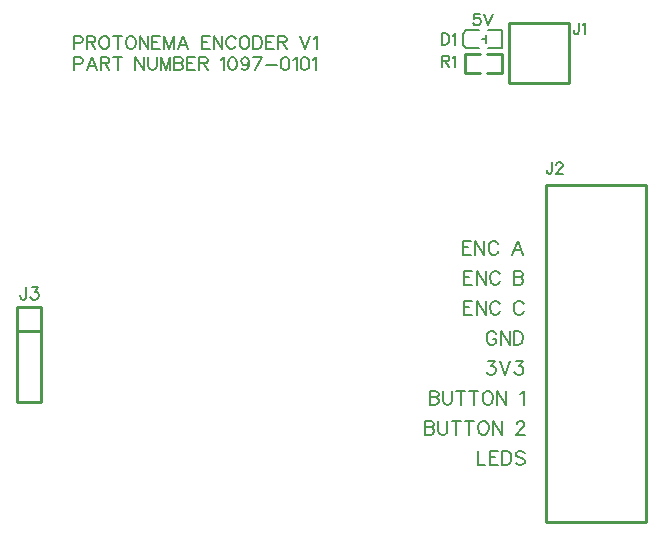
<source format=gto>
G04 Layer: TopSilkscreenLayer*
G04 EasyEDA v6.5.34, 2023-08-21 18:11:39*
G04 2627495fbc544a30b07f086ad93dee0d,5a6b42c53f6a479593ecc07194224c93,10*
G04 Gerber Generator version 0.2*
G04 Scale: 100 percent, Rotated: No, Reflected: No *
G04 Dimensions in millimeters *
G04 leading zeros omitted , absolute positions ,4 integer and 5 decimal *
%FSLAX45Y45*%
%MOMM*%

%ADD10C,0.1524*%
%ADD11C,0.2540*%
%ADD12C,0.1500*%

%LPD*%
D10*
X1832589Y2819433D02*
G01*
X1787123Y2819433D01*
X1782551Y2778539D01*
X1787123Y2783111D01*
X1800585Y2787683D01*
X1814301Y2787683D01*
X1828017Y2783111D01*
X1837161Y2773967D01*
X1841733Y2760505D01*
X1841733Y2751361D01*
X1837161Y2737645D01*
X1828017Y2728501D01*
X1814301Y2723929D01*
X1800585Y2723929D01*
X1787123Y2728501D01*
X1782551Y2733073D01*
X1777979Y2742217D01*
X1871705Y2819433D02*
G01*
X1908027Y2723929D01*
X1944349Y2819433D02*
G01*
X1908027Y2723929D01*
X2674358Y2743243D02*
G01*
X2674358Y2670599D01*
X2669786Y2656883D01*
X2665214Y2652311D01*
X2656070Y2647739D01*
X2647180Y2647739D01*
X2638036Y2652311D01*
X2633464Y2656883D01*
X2628892Y2670599D01*
X2628892Y2679743D01*
X2704330Y2725209D02*
G01*
X2713474Y2729781D01*
X2727190Y2743243D01*
X2727190Y2647739D01*
X1689084Y896655D02*
G01*
X1689084Y782101D01*
X1689084Y896655D02*
G01*
X1759950Y896655D01*
X1689084Y842045D02*
G01*
X1732772Y842045D01*
X1689084Y782101D02*
G01*
X1759950Y782101D01*
X1796018Y896655D02*
G01*
X1796018Y782101D01*
X1796018Y896655D02*
G01*
X1872472Y782101D01*
X1872472Y896655D02*
G01*
X1872472Y782101D01*
X1990074Y869223D02*
G01*
X1984740Y880145D01*
X1973818Y891067D01*
X1962896Y896655D01*
X1941052Y896655D01*
X1930130Y891067D01*
X1919208Y880145D01*
X1913874Y869223D01*
X1908286Y852967D01*
X1908286Y825789D01*
X1913874Y809279D01*
X1919208Y798357D01*
X1930130Y787435D01*
X1941052Y782101D01*
X1962896Y782101D01*
X1973818Y787435D01*
X1984740Y798357D01*
X1990074Y809279D01*
X2153904Y896655D02*
G01*
X2110216Y782101D01*
X2153904Y896655D02*
G01*
X2197338Y782101D01*
X2126472Y820201D02*
G01*
X2181082Y820201D01*
X1701784Y642655D02*
G01*
X1701784Y528101D01*
X1701784Y642655D02*
G01*
X1772650Y642655D01*
X1701784Y588045D02*
G01*
X1745472Y588045D01*
X1701784Y528101D02*
G01*
X1772650Y528101D01*
X1808718Y642655D02*
G01*
X1808718Y528101D01*
X1808718Y642655D02*
G01*
X1885172Y528101D01*
X1885172Y642655D02*
G01*
X1885172Y528101D01*
X2002774Y615223D02*
G01*
X1997440Y626145D01*
X1986518Y637067D01*
X1975596Y642655D01*
X1953752Y642655D01*
X1942830Y637067D01*
X1931908Y626145D01*
X1926574Y615223D01*
X1920986Y598967D01*
X1920986Y571789D01*
X1926574Y555279D01*
X1931908Y544357D01*
X1942830Y533435D01*
X1953752Y528101D01*
X1975596Y528101D01*
X1986518Y533435D01*
X1997440Y544357D01*
X2002774Y555279D01*
X2122916Y642655D02*
G01*
X2122916Y528101D01*
X2122916Y642655D02*
G01*
X2171938Y642655D01*
X2188448Y637067D01*
X2193782Y631733D01*
X2199116Y620811D01*
X2199116Y609889D01*
X2193782Y598967D01*
X2188448Y593379D01*
X2171938Y588045D01*
X2122916Y588045D02*
G01*
X2171938Y588045D01*
X2188448Y582711D01*
X2193782Y577123D01*
X2199116Y566201D01*
X2199116Y549945D01*
X2193782Y539023D01*
X2188448Y533435D01*
X2171938Y528101D01*
X2122916Y528101D01*
X1701784Y388655D02*
G01*
X1701784Y274101D01*
X1701784Y388655D02*
G01*
X1772650Y388655D01*
X1701784Y334045D02*
G01*
X1745472Y334045D01*
X1701784Y274101D02*
G01*
X1772650Y274101D01*
X1808718Y388655D02*
G01*
X1808718Y274101D01*
X1808718Y388655D02*
G01*
X1885172Y274101D01*
X1885172Y388655D02*
G01*
X1885172Y274101D01*
X2002774Y361223D02*
G01*
X1997440Y372145D01*
X1986518Y383067D01*
X1975596Y388655D01*
X1953752Y388655D01*
X1942830Y383067D01*
X1931908Y372145D01*
X1926574Y361223D01*
X1920986Y344967D01*
X1920986Y317789D01*
X1926574Y301279D01*
X1931908Y290357D01*
X1942830Y279435D01*
X1953752Y274101D01*
X1975596Y274101D01*
X1986518Y279435D01*
X1997440Y290357D01*
X2002774Y301279D01*
X2204704Y361223D02*
G01*
X2199116Y372145D01*
X2188448Y383067D01*
X2177526Y388655D01*
X2155682Y388655D01*
X2144760Y383067D01*
X2133838Y372145D01*
X2128250Y361223D01*
X2122916Y344967D01*
X2122916Y317789D01*
X2128250Y301279D01*
X2133838Y290357D01*
X2144760Y279435D01*
X2155682Y274101D01*
X2177526Y274101D01*
X2188448Y279435D01*
X2199116Y290357D01*
X2204704Y301279D01*
X1974072Y107226D02*
G01*
X1968738Y118148D01*
X1957816Y129070D01*
X1946894Y134658D01*
X1925050Y134658D01*
X1914128Y129070D01*
X1903206Y118148D01*
X1897618Y107226D01*
X1892284Y90970D01*
X1892284Y63792D01*
X1897618Y47282D01*
X1903206Y36360D01*
X1914128Y25438D01*
X1925050Y20104D01*
X1946894Y20104D01*
X1957816Y25438D01*
X1968738Y36360D01*
X1974072Y47282D01*
X1974072Y63792D01*
X1946894Y63792D02*
G01*
X1974072Y63792D01*
X2010140Y134658D02*
G01*
X2010140Y20104D01*
X2010140Y134658D02*
G01*
X2086340Y20104D01*
X2086340Y134658D02*
G01*
X2086340Y20104D01*
X2122408Y134658D02*
G01*
X2122408Y20104D01*
X2122408Y134658D02*
G01*
X2160762Y134658D01*
X2177018Y129070D01*
X2187940Y118148D01*
X2193274Y107226D01*
X2198862Y90970D01*
X2198862Y63792D01*
X2193274Y47282D01*
X2187940Y36360D01*
X2177018Y25438D01*
X2160762Y20104D01*
X2122408Y20104D01*
X1903206Y-119341D02*
G01*
X1963150Y-119341D01*
X1930384Y-163029D01*
X1946894Y-163029D01*
X1957816Y-168617D01*
X1963150Y-173951D01*
X1968738Y-190207D01*
X1968738Y-201129D01*
X1963150Y-217639D01*
X1952228Y-228561D01*
X1935972Y-233895D01*
X1919462Y-233895D01*
X1903206Y-228561D01*
X1897618Y-222973D01*
X1892284Y-212051D01*
X2004552Y-119341D02*
G01*
X2048240Y-233895D01*
X2091928Y-119341D02*
G01*
X2048240Y-233895D01*
X2138918Y-119341D02*
G01*
X2198862Y-119341D01*
X2166096Y-163029D01*
X2182352Y-163029D01*
X2193274Y-168617D01*
X2198862Y-173951D01*
X2204196Y-190207D01*
X2204196Y-201129D01*
X2198862Y-217639D01*
X2187940Y-228561D01*
X2171430Y-233895D01*
X2155174Y-233895D01*
X2138918Y-228561D01*
X2133330Y-222973D01*
X2127996Y-212051D01*
X1409684Y-373341D02*
G01*
X1409684Y-487895D01*
X1409684Y-373341D02*
G01*
X1458706Y-373341D01*
X1475216Y-378929D01*
X1480550Y-384263D01*
X1486138Y-395185D01*
X1486138Y-406107D01*
X1480550Y-417029D01*
X1475216Y-422617D01*
X1458706Y-427951D01*
X1409684Y-427951D02*
G01*
X1458706Y-427951D01*
X1475216Y-433285D01*
X1480550Y-438873D01*
X1486138Y-449795D01*
X1486138Y-466051D01*
X1480550Y-476973D01*
X1475216Y-482561D01*
X1458706Y-487895D01*
X1409684Y-487895D01*
X1521952Y-373341D02*
G01*
X1521952Y-455129D01*
X1527540Y-471639D01*
X1538462Y-482561D01*
X1554718Y-487895D01*
X1565640Y-487895D01*
X1582150Y-482561D01*
X1593072Y-471639D01*
X1598406Y-455129D01*
X1598406Y-373341D01*
X1672574Y-373341D02*
G01*
X1672574Y-487895D01*
X1634474Y-373341D02*
G01*
X1710674Y-373341D01*
X1784842Y-373341D02*
G01*
X1784842Y-487895D01*
X1746742Y-373341D02*
G01*
X1823196Y-373341D01*
X1891776Y-373341D02*
G01*
X1880854Y-378929D01*
X1869932Y-389851D01*
X1864598Y-400773D01*
X1859264Y-417029D01*
X1859264Y-444207D01*
X1864598Y-460717D01*
X1869932Y-471639D01*
X1880854Y-482561D01*
X1891776Y-487895D01*
X1913620Y-487895D01*
X1924542Y-482561D01*
X1935464Y-471639D01*
X1941052Y-460717D01*
X1946386Y-444207D01*
X1946386Y-417029D01*
X1941052Y-400773D01*
X1935464Y-389851D01*
X1924542Y-378929D01*
X1913620Y-373341D01*
X1891776Y-373341D01*
X1982454Y-373341D02*
G01*
X1982454Y-487895D01*
X1982454Y-373341D02*
G01*
X2058654Y-487895D01*
X2058654Y-373341D02*
G01*
X2058654Y-487895D01*
X2178796Y-395185D02*
G01*
X2189718Y-389851D01*
X2205974Y-373341D01*
X2205974Y-487895D01*
X1371584Y-627341D02*
G01*
X1371584Y-741895D01*
X1371584Y-627341D02*
G01*
X1420606Y-627341D01*
X1437116Y-632929D01*
X1442450Y-638263D01*
X1448038Y-649185D01*
X1448038Y-660107D01*
X1442450Y-671029D01*
X1437116Y-676617D01*
X1420606Y-681951D01*
X1371584Y-681951D02*
G01*
X1420606Y-681951D01*
X1437116Y-687285D01*
X1442450Y-692873D01*
X1448038Y-703795D01*
X1448038Y-720051D01*
X1442450Y-730973D01*
X1437116Y-736561D01*
X1420606Y-741895D01*
X1371584Y-741895D01*
X1483852Y-627341D02*
G01*
X1483852Y-709129D01*
X1489440Y-725639D01*
X1500362Y-736561D01*
X1516618Y-741895D01*
X1527540Y-741895D01*
X1544050Y-736561D01*
X1554972Y-725639D01*
X1560306Y-709129D01*
X1560306Y-627341D01*
X1634474Y-627341D02*
G01*
X1634474Y-741895D01*
X1596374Y-627341D02*
G01*
X1672574Y-627341D01*
X1746742Y-627341D02*
G01*
X1746742Y-741895D01*
X1708642Y-627341D02*
G01*
X1785096Y-627341D01*
X1853676Y-627341D02*
G01*
X1842754Y-632929D01*
X1831832Y-643851D01*
X1826498Y-654773D01*
X1821164Y-671029D01*
X1821164Y-698207D01*
X1826498Y-714717D01*
X1831832Y-725639D01*
X1842754Y-736561D01*
X1853676Y-741895D01*
X1875520Y-741895D01*
X1886442Y-736561D01*
X1897364Y-725639D01*
X1902952Y-714717D01*
X1908286Y-698207D01*
X1908286Y-671029D01*
X1902952Y-654773D01*
X1897364Y-643851D01*
X1886442Y-632929D01*
X1875520Y-627341D01*
X1853676Y-627341D01*
X1944354Y-627341D02*
G01*
X1944354Y-741895D01*
X1944354Y-627341D02*
G01*
X2020554Y-741895D01*
X2020554Y-627341D02*
G01*
X2020554Y-741895D01*
X2146030Y-654773D02*
G01*
X2146030Y-649185D01*
X2151618Y-638263D01*
X2156952Y-632929D01*
X2167874Y-627341D01*
X2189718Y-627341D01*
X2200640Y-632929D01*
X2206228Y-638263D01*
X2211562Y-649185D01*
X2211562Y-660107D01*
X2206228Y-671029D01*
X2195306Y-687285D01*
X2140696Y-741895D01*
X2217150Y-741895D01*
X1816084Y-881341D02*
G01*
X1816084Y-995895D01*
X1816084Y-995895D02*
G01*
X1881616Y-995895D01*
X1917430Y-881341D02*
G01*
X1917430Y-995895D01*
X1917430Y-881341D02*
G01*
X1988550Y-881341D01*
X1917430Y-935951D02*
G01*
X1961118Y-935951D01*
X1917430Y-995895D02*
G01*
X1988550Y-995895D01*
X2024364Y-881341D02*
G01*
X2024364Y-995895D01*
X2024364Y-881341D02*
G01*
X2062718Y-881341D01*
X2078974Y-886929D01*
X2089896Y-897851D01*
X2095230Y-908773D01*
X2100818Y-925029D01*
X2100818Y-952207D01*
X2095230Y-968717D01*
X2089896Y-979639D01*
X2078974Y-990561D01*
X2062718Y-995895D01*
X2024364Y-995895D01*
X2213086Y-897851D02*
G01*
X2202164Y-886929D01*
X2185908Y-881341D01*
X2164064Y-881341D01*
X2147808Y-886929D01*
X2136886Y-897851D01*
X2136886Y-908773D01*
X2142220Y-919695D01*
X2147808Y-925029D01*
X2158730Y-930617D01*
X2191242Y-941285D01*
X2202164Y-946873D01*
X2207752Y-952207D01*
X2213086Y-963129D01*
X2213086Y-979639D01*
X2202164Y-990561D01*
X2185908Y-995895D01*
X2164064Y-995895D01*
X2147808Y-990561D01*
X2136886Y-979639D01*
X2445748Y1562135D02*
G01*
X2445748Y1489491D01*
X2441176Y1475775D01*
X2436604Y1471203D01*
X2427460Y1466631D01*
X2418570Y1466631D01*
X2409426Y1471203D01*
X2404854Y1475775D01*
X2400282Y1489491D01*
X2400282Y1498635D01*
X2480292Y1539529D02*
G01*
X2480292Y1544101D01*
X2484864Y1552991D01*
X2489436Y1557563D01*
X2498580Y1562135D01*
X2516614Y1562135D01*
X2525758Y1557563D01*
X2530330Y1552991D01*
X2534902Y1544101D01*
X2534902Y1534957D01*
X2530330Y1525813D01*
X2521186Y1512097D01*
X2475720Y1466631D01*
X2539474Y1466631D01*
X-1600207Y2630721D02*
G01*
X-1600207Y2521755D01*
X-1600207Y2630721D02*
G01*
X-1553471Y2630721D01*
X-1537977Y2625641D01*
X-1532643Y2620307D01*
X-1527563Y2609893D01*
X-1527563Y2594399D01*
X-1532643Y2583985D01*
X-1537977Y2578905D01*
X-1553471Y2573571D01*
X-1600207Y2573571D01*
X-1493273Y2630721D02*
G01*
X-1493273Y2521755D01*
X-1493273Y2630721D02*
G01*
X-1446537Y2630721D01*
X-1430789Y2625641D01*
X-1425709Y2620307D01*
X-1420375Y2609893D01*
X-1420375Y2599479D01*
X-1425709Y2589065D01*
X-1430789Y2583985D01*
X-1446537Y2578905D01*
X-1493273Y2578905D01*
X-1456697Y2578905D02*
G01*
X-1420375Y2521755D01*
X-1355097Y2630721D02*
G01*
X-1365257Y2625641D01*
X-1375671Y2615227D01*
X-1381005Y2604813D01*
X-1386085Y2589065D01*
X-1386085Y2563157D01*
X-1381005Y2547663D01*
X-1375671Y2537249D01*
X-1365257Y2526835D01*
X-1355097Y2521755D01*
X-1334269Y2521755D01*
X-1323855Y2526835D01*
X-1313441Y2537249D01*
X-1308107Y2547663D01*
X-1303027Y2563157D01*
X-1303027Y2589065D01*
X-1308107Y2604813D01*
X-1313441Y2615227D01*
X-1323855Y2625641D01*
X-1334269Y2630721D01*
X-1355097Y2630721D01*
X-1232415Y2630721D02*
G01*
X-1232415Y2521755D01*
X-1268737Y2630721D02*
G01*
X-1196093Y2630721D01*
X-1130561Y2630721D02*
G01*
X-1140975Y2625641D01*
X-1151389Y2615227D01*
X-1156469Y2604813D01*
X-1161803Y2589065D01*
X-1161803Y2563157D01*
X-1156469Y2547663D01*
X-1151389Y2537249D01*
X-1140975Y2526835D01*
X-1130561Y2521755D01*
X-1109733Y2521755D01*
X-1099319Y2526835D01*
X-1088905Y2537249D01*
X-1083825Y2547663D01*
X-1078491Y2563157D01*
X-1078491Y2589065D01*
X-1083825Y2604813D01*
X-1088905Y2615227D01*
X-1099319Y2625641D01*
X-1109733Y2630721D01*
X-1130561Y2630721D01*
X-1044201Y2630721D02*
G01*
X-1044201Y2521755D01*
X-1044201Y2630721D02*
G01*
X-971557Y2521755D01*
X-971557Y2630721D02*
G01*
X-971557Y2521755D01*
X-937267Y2630721D02*
G01*
X-937267Y2521755D01*
X-937267Y2630721D02*
G01*
X-869703Y2630721D01*
X-937267Y2578905D02*
G01*
X-895611Y2578905D01*
X-937267Y2521755D02*
G01*
X-869703Y2521755D01*
X-835413Y2630721D02*
G01*
X-835413Y2521755D01*
X-835413Y2630721D02*
G01*
X-793757Y2521755D01*
X-752355Y2630721D02*
G01*
X-793757Y2521755D01*
X-752355Y2630721D02*
G01*
X-752355Y2521755D01*
X-676409Y2630721D02*
G01*
X-718065Y2521755D01*
X-676409Y2630721D02*
G01*
X-635007Y2521755D01*
X-702317Y2558077D02*
G01*
X-650501Y2558077D01*
X-520707Y2630721D02*
G01*
X-520707Y2521755D01*
X-520707Y2630721D02*
G01*
X-453143Y2630721D01*
X-520707Y2578905D02*
G01*
X-479051Y2578905D01*
X-520707Y2521755D02*
G01*
X-453143Y2521755D01*
X-418853Y2630721D02*
G01*
X-418853Y2521755D01*
X-418853Y2630721D02*
G01*
X-345955Y2521755D01*
X-345955Y2630721D02*
G01*
X-345955Y2521755D01*
X-233687Y2604813D02*
G01*
X-239021Y2615227D01*
X-249435Y2625641D01*
X-259849Y2630721D01*
X-280677Y2630721D01*
X-290837Y2625641D01*
X-301251Y2615227D01*
X-306585Y2604813D01*
X-311665Y2589065D01*
X-311665Y2563157D01*
X-306585Y2547663D01*
X-301251Y2537249D01*
X-290837Y2526835D01*
X-280677Y2521755D01*
X-259849Y2521755D01*
X-249435Y2526835D01*
X-239021Y2537249D01*
X-233687Y2547663D01*
X-168409Y2630721D02*
G01*
X-178823Y2625641D01*
X-189237Y2615227D01*
X-194317Y2604813D01*
X-199397Y2589065D01*
X-199397Y2563157D01*
X-194317Y2547663D01*
X-189237Y2537249D01*
X-178823Y2526835D01*
X-168409Y2521755D01*
X-147581Y2521755D01*
X-137167Y2526835D01*
X-126753Y2537249D01*
X-121673Y2547663D01*
X-116339Y2563157D01*
X-116339Y2589065D01*
X-121673Y2604813D01*
X-126753Y2615227D01*
X-137167Y2625641D01*
X-147581Y2630721D01*
X-168409Y2630721D01*
X-82049Y2630721D02*
G01*
X-82049Y2521755D01*
X-82049Y2630721D02*
G01*
X-45727Y2630721D01*
X-30233Y2625641D01*
X-19819Y2615227D01*
X-14485Y2604813D01*
X-9405Y2589065D01*
X-9405Y2563157D01*
X-14485Y2547663D01*
X-19819Y2537249D01*
X-30233Y2526835D01*
X-45727Y2521755D01*
X-82049Y2521755D01*
X24884Y2630721D02*
G01*
X24884Y2521755D01*
X24884Y2630721D02*
G01*
X92448Y2630721D01*
X24884Y2578905D02*
G01*
X66540Y2578905D01*
X24884Y2521755D02*
G01*
X92448Y2521755D01*
X126738Y2630721D02*
G01*
X126738Y2521755D01*
X126738Y2630721D02*
G01*
X173474Y2630721D01*
X189222Y2625641D01*
X194302Y2620307D01*
X199382Y2609893D01*
X199382Y2599479D01*
X194302Y2589065D01*
X189222Y2583985D01*
X173474Y2578905D01*
X126738Y2578905D01*
X163060Y2578905D02*
G01*
X199382Y2521755D01*
X313682Y2630721D02*
G01*
X355338Y2521755D01*
X396994Y2630721D02*
G01*
X355338Y2521755D01*
X431284Y2609893D02*
G01*
X441698Y2615227D01*
X457192Y2630721D01*
X457192Y2521755D01*
X-1600207Y2452921D02*
G01*
X-1600207Y2343955D01*
X-1600207Y2452921D02*
G01*
X-1553471Y2452921D01*
X-1537977Y2447841D01*
X-1532643Y2442507D01*
X-1527563Y2432093D01*
X-1527563Y2416599D01*
X-1532643Y2406185D01*
X-1537977Y2401105D01*
X-1553471Y2395771D01*
X-1600207Y2395771D01*
X-1451617Y2452921D02*
G01*
X-1493273Y2343955D01*
X-1451617Y2452921D02*
G01*
X-1409961Y2343955D01*
X-1477525Y2380277D02*
G01*
X-1425709Y2380277D01*
X-1375671Y2452921D02*
G01*
X-1375671Y2343955D01*
X-1375671Y2452921D02*
G01*
X-1328935Y2452921D01*
X-1313441Y2447841D01*
X-1308107Y2442507D01*
X-1303027Y2432093D01*
X-1303027Y2421679D01*
X-1308107Y2411265D01*
X-1313441Y2406185D01*
X-1328935Y2401105D01*
X-1375671Y2401105D01*
X-1339349Y2401105D02*
G01*
X-1303027Y2343955D01*
X-1232415Y2452921D02*
G01*
X-1232415Y2343955D01*
X-1268737Y2452921D02*
G01*
X-1196093Y2452921D01*
X-1081793Y2452921D02*
G01*
X-1081793Y2343955D01*
X-1081793Y2452921D02*
G01*
X-1008895Y2343955D01*
X-1008895Y2452921D02*
G01*
X-1008895Y2343955D01*
X-974605Y2452921D02*
G01*
X-974605Y2374943D01*
X-969525Y2359449D01*
X-959111Y2349035D01*
X-943617Y2343955D01*
X-933203Y2343955D01*
X-917455Y2349035D01*
X-907041Y2359449D01*
X-901961Y2374943D01*
X-901961Y2452921D01*
X-867671Y2452921D02*
G01*
X-867671Y2343955D01*
X-867671Y2452921D02*
G01*
X-826015Y2343955D01*
X-784613Y2452921D02*
G01*
X-826015Y2343955D01*
X-784613Y2452921D02*
G01*
X-784613Y2343955D01*
X-750323Y2452921D02*
G01*
X-750323Y2343955D01*
X-750323Y2452921D02*
G01*
X-703587Y2452921D01*
X-687839Y2447841D01*
X-682759Y2442507D01*
X-677425Y2432093D01*
X-677425Y2421679D01*
X-682759Y2411265D01*
X-687839Y2406185D01*
X-703587Y2401105D01*
X-750323Y2401105D02*
G01*
X-703587Y2401105D01*
X-687839Y2395771D01*
X-682759Y2390691D01*
X-677425Y2380277D01*
X-677425Y2364529D01*
X-682759Y2354115D01*
X-687839Y2349035D01*
X-703587Y2343955D01*
X-750323Y2343955D01*
X-643135Y2452921D02*
G01*
X-643135Y2343955D01*
X-643135Y2452921D02*
G01*
X-575571Y2452921D01*
X-643135Y2401105D02*
G01*
X-601733Y2401105D01*
X-643135Y2343955D02*
G01*
X-575571Y2343955D01*
X-541281Y2452921D02*
G01*
X-541281Y2343955D01*
X-541281Y2452921D02*
G01*
X-494545Y2452921D01*
X-479051Y2447841D01*
X-473717Y2442507D01*
X-468637Y2432093D01*
X-468637Y2421679D01*
X-473717Y2411265D01*
X-479051Y2406185D01*
X-494545Y2401105D01*
X-541281Y2401105D01*
X-504959Y2401105D02*
G01*
X-468637Y2343955D01*
X-354337Y2432093D02*
G01*
X-343923Y2437427D01*
X-328429Y2452921D01*
X-328429Y2343955D01*
X-262897Y2452921D02*
G01*
X-278391Y2447841D01*
X-288805Y2432093D01*
X-294139Y2406185D01*
X-294139Y2390691D01*
X-288805Y2364529D01*
X-278391Y2349035D01*
X-262897Y2343955D01*
X-252483Y2343955D01*
X-236989Y2349035D01*
X-226575Y2364529D01*
X-221241Y2390691D01*
X-221241Y2406185D01*
X-226575Y2432093D01*
X-236989Y2447841D01*
X-252483Y2452921D01*
X-262897Y2452921D01*
X-119387Y2416599D02*
G01*
X-124721Y2401105D01*
X-135135Y2390691D01*
X-150629Y2385357D01*
X-155963Y2385357D01*
X-171457Y2390691D01*
X-181871Y2401105D01*
X-186951Y2416599D01*
X-186951Y2421679D01*
X-181871Y2437427D01*
X-171457Y2447841D01*
X-155963Y2452921D01*
X-150629Y2452921D01*
X-135135Y2447841D01*
X-124721Y2437427D01*
X-119387Y2416599D01*
X-119387Y2390691D01*
X-124721Y2364529D01*
X-135135Y2349035D01*
X-150629Y2343955D01*
X-161043Y2343955D01*
X-176537Y2349035D01*
X-181871Y2359449D01*
X-12453Y2452921D02*
G01*
X-64523Y2343955D01*
X-85097Y2452921D02*
G01*
X-12453Y2452921D01*
X21836Y2390691D02*
G01*
X115308Y2390691D01*
X180840Y2452921D02*
G01*
X165092Y2447841D01*
X154932Y2432093D01*
X149598Y2406185D01*
X149598Y2390691D01*
X154932Y2364529D01*
X165092Y2349035D01*
X180840Y2343955D01*
X191254Y2343955D01*
X206748Y2349035D01*
X217162Y2364529D01*
X222242Y2390691D01*
X222242Y2406185D01*
X217162Y2432093D01*
X206748Y2447841D01*
X191254Y2452921D01*
X180840Y2452921D01*
X256532Y2432093D02*
G01*
X266946Y2437427D01*
X282694Y2452921D01*
X282694Y2343955D01*
X347972Y2452921D02*
G01*
X332478Y2447841D01*
X322064Y2432093D01*
X316984Y2406185D01*
X316984Y2390691D01*
X322064Y2364529D01*
X332478Y2349035D01*
X347972Y2343955D01*
X358386Y2343955D01*
X374134Y2349035D01*
X384548Y2364529D01*
X389628Y2390691D01*
X389628Y2406185D01*
X384548Y2432093D01*
X374134Y2447841D01*
X358386Y2452921D01*
X347972Y2452921D01*
X423918Y2432093D02*
G01*
X434332Y2437427D01*
X449826Y2452921D01*
X449826Y2343955D01*
X-2005337Y509821D02*
G01*
X-2005337Y426763D01*
X-2010671Y411015D01*
X-2015751Y405935D01*
X-2026165Y400601D01*
X-2036579Y400601D01*
X-2046993Y405935D01*
X-2052327Y411015D01*
X-2057407Y426763D01*
X-2057407Y437177D01*
X-1960887Y509821D02*
G01*
X-1903737Y509821D01*
X-1934725Y468165D01*
X-1919231Y468165D01*
X-1908817Y463085D01*
X-1903737Y457751D01*
X-1898403Y442257D01*
X-1898403Y431843D01*
X-1903737Y416349D01*
X-1913897Y405935D01*
X-1929645Y400601D01*
X-1945139Y400601D01*
X-1960887Y405935D01*
X-1965967Y411015D01*
X-1971047Y421429D01*
X1511292Y2463843D02*
G01*
X1511292Y2368339D01*
X1511292Y2463843D02*
G01*
X1552186Y2463843D01*
X1565902Y2459271D01*
X1570474Y2454699D01*
X1575046Y2445809D01*
X1575046Y2436665D01*
X1570474Y2427521D01*
X1565902Y2422949D01*
X1552186Y2418377D01*
X1511292Y2418377D01*
X1543042Y2418377D02*
G01*
X1575046Y2368339D01*
X1605018Y2445809D02*
G01*
X1613908Y2450381D01*
X1627624Y2463843D01*
X1627624Y2368339D01*
X1511292Y2654343D02*
G01*
X1511292Y2558839D01*
X1511292Y2654343D02*
G01*
X1543042Y2654343D01*
X1556758Y2649771D01*
X1565902Y2640881D01*
X1570474Y2631737D01*
X1575046Y2618021D01*
X1575046Y2595415D01*
X1570474Y2581699D01*
X1565902Y2572555D01*
X1556758Y2563411D01*
X1543042Y2558839D01*
X1511292Y2558839D01*
X1605018Y2636309D02*
G01*
X1613908Y2640881D01*
X1627624Y2654343D01*
X1627624Y2558839D01*
D11*
X-1879607Y134200D02*
G01*
X-2070107Y134200D01*
X-1881207Y337299D02*
G01*
X-1881207Y-462699D01*
X-2081207Y-462699D01*
X-2081207Y337299D01*
X-1881207Y337299D01*
X1711830Y2320592D02*
G01*
X1711830Y2480597D01*
X2021888Y2321102D02*
G01*
X2021888Y2481107D01*
X1836826Y2480597D02*
G01*
X1711830Y2480597D01*
X1836826Y2320592D02*
G01*
X1711830Y2320592D01*
X1896884Y2481107D02*
G01*
X2021888Y2481107D01*
X1896884Y2321102D02*
G01*
X2021888Y2321102D01*
D12*
X1883892Y2604528D02*
G01*
X1849892Y2604528D01*
X1691886Y2569301D02*
G01*
X1691886Y2559298D01*
X1721881Y2529296D01*
X1906887Y2679303D02*
G01*
X2021888Y2679303D01*
X1906887Y2529296D02*
G01*
X2021888Y2529296D01*
X1826887Y2679303D02*
G01*
X1721881Y2679303D01*
X1826887Y2529296D02*
G01*
X1721881Y2529296D01*
X2021888Y2679291D02*
G01*
X2021888Y2531300D01*
X1691886Y2639293D02*
G01*
X1691886Y2569301D01*
X1691886Y2639293D02*
G01*
X1691886Y2649308D01*
X1721881Y2679303D01*
X1883892Y2639301D02*
G01*
X1883892Y2571302D01*
D11*
X2082792Y2744005D02*
G01*
X2590792Y2744005D01*
X2590792Y2236005D01*
X2082792Y2236005D01*
X2082792Y2744005D01*
X2394374Y1369611D02*
G01*
X3244385Y1369611D01*
X3244385Y-1480395D01*
X2394374Y-1480395D01*
X2394374Y1369611D01*
M02*

</source>
